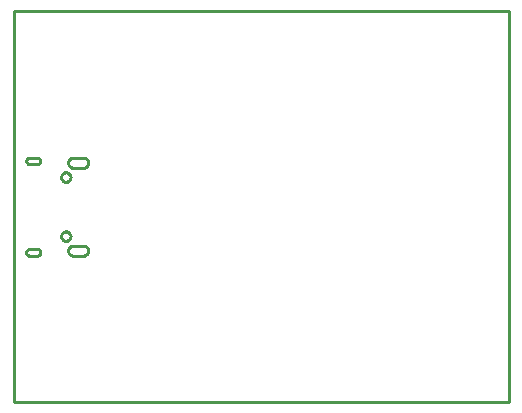
<source format=gbr>
G04 EAGLE Gerber RS-274X export*
G75*
%MOMM*%
%FSLAX34Y34*%
%LPD*%
%IN*%
%IPPOS*%
%AMOC8*
5,1,8,0,0,1.08239X$1,22.5*%
G01*
%ADD10C,0.254000*%


D10*
X0Y114300D02*
X418900Y114300D01*
X418900Y445010D01*
X0Y445010D01*
X0Y114300D01*
X50150Y237900D02*
X58650Y237900D01*
X59020Y237916D01*
X59388Y237965D01*
X59750Y238045D01*
X60104Y238156D01*
X60446Y238298D01*
X60775Y238469D01*
X61088Y238669D01*
X61382Y238894D01*
X61655Y239145D01*
X61906Y239418D01*
X62131Y239712D01*
X62331Y240025D01*
X62502Y240354D01*
X62644Y240696D01*
X62755Y241050D01*
X62835Y241412D01*
X62884Y241780D01*
X62900Y242150D01*
X62884Y242520D01*
X62835Y242888D01*
X62755Y243250D01*
X62644Y243604D01*
X62502Y243946D01*
X62331Y244275D01*
X62131Y244588D01*
X61906Y244882D01*
X61655Y245155D01*
X61382Y245406D01*
X61088Y245631D01*
X60775Y245831D01*
X60446Y246002D01*
X60104Y246144D01*
X59750Y246255D01*
X59388Y246335D01*
X59020Y246384D01*
X58650Y246400D01*
X50150Y246400D01*
X49780Y246384D01*
X49412Y246335D01*
X49050Y246255D01*
X48696Y246144D01*
X48354Y246002D01*
X48025Y245831D01*
X47712Y245631D01*
X47418Y245406D01*
X47145Y245155D01*
X46894Y244882D01*
X46669Y244588D01*
X46469Y244275D01*
X46298Y243946D01*
X46156Y243604D01*
X46045Y243250D01*
X45965Y242888D01*
X45916Y242520D01*
X45900Y242150D01*
X45916Y241780D01*
X45965Y241412D01*
X46045Y241050D01*
X46156Y240696D01*
X46298Y240354D01*
X46469Y240025D01*
X46669Y239712D01*
X46894Y239418D01*
X47145Y239145D01*
X47418Y238894D01*
X47712Y238669D01*
X48025Y238469D01*
X48354Y238298D01*
X48696Y238156D01*
X49050Y238045D01*
X49412Y237965D01*
X49780Y237916D01*
X50150Y237900D01*
X13150Y237900D02*
X19650Y237900D01*
X19890Y237910D01*
X20128Y237942D01*
X20362Y237994D01*
X20591Y238066D01*
X20812Y238158D01*
X21025Y238268D01*
X21227Y238397D01*
X21418Y238543D01*
X21595Y238705D01*
X21757Y238882D01*
X21903Y239073D01*
X22032Y239275D01*
X22142Y239488D01*
X22234Y239709D01*
X22306Y239938D01*
X22358Y240172D01*
X22390Y240410D01*
X22400Y240650D01*
X22390Y240890D01*
X22358Y241128D01*
X22306Y241362D01*
X22234Y241591D01*
X22142Y241812D01*
X22032Y242025D01*
X21903Y242227D01*
X21757Y242418D01*
X21595Y242595D01*
X21418Y242757D01*
X21227Y242903D01*
X21025Y243032D01*
X20812Y243142D01*
X20591Y243234D01*
X20362Y243306D01*
X20128Y243358D01*
X19890Y243390D01*
X19650Y243400D01*
X13150Y243400D01*
X12910Y243390D01*
X12672Y243358D01*
X12438Y243306D01*
X12209Y243234D01*
X11988Y243142D01*
X11775Y243032D01*
X11573Y242903D01*
X11382Y242757D01*
X11205Y242595D01*
X11043Y242418D01*
X10897Y242227D01*
X10768Y242025D01*
X10658Y241812D01*
X10566Y241591D01*
X10494Y241362D01*
X10442Y241128D01*
X10410Y240890D01*
X10400Y240650D01*
X10410Y240410D01*
X10442Y240172D01*
X10494Y239938D01*
X10566Y239709D01*
X10658Y239488D01*
X10768Y239275D01*
X10897Y239073D01*
X11043Y238882D01*
X11205Y238705D01*
X11382Y238543D01*
X11573Y238397D01*
X11775Y238268D01*
X11988Y238158D01*
X12209Y238066D01*
X12438Y237994D01*
X12672Y237942D01*
X12910Y237910D01*
X13150Y237900D01*
X13150Y315400D02*
X19650Y315400D01*
X19890Y315410D01*
X20128Y315442D01*
X20362Y315494D01*
X20591Y315566D01*
X20812Y315658D01*
X21025Y315768D01*
X21227Y315897D01*
X21418Y316043D01*
X21595Y316205D01*
X21757Y316382D01*
X21903Y316573D01*
X22032Y316775D01*
X22142Y316988D01*
X22234Y317209D01*
X22306Y317438D01*
X22358Y317672D01*
X22390Y317910D01*
X22400Y318150D01*
X22390Y318390D01*
X22358Y318628D01*
X22306Y318862D01*
X22234Y319091D01*
X22142Y319312D01*
X22032Y319525D01*
X21903Y319727D01*
X21757Y319918D01*
X21595Y320095D01*
X21418Y320257D01*
X21227Y320403D01*
X21025Y320532D01*
X20812Y320642D01*
X20591Y320734D01*
X20362Y320806D01*
X20128Y320858D01*
X19890Y320890D01*
X19650Y320900D01*
X13150Y320900D01*
X12910Y320890D01*
X12672Y320858D01*
X12438Y320806D01*
X12209Y320734D01*
X11988Y320642D01*
X11775Y320532D01*
X11573Y320403D01*
X11382Y320257D01*
X11205Y320095D01*
X11043Y319918D01*
X10897Y319727D01*
X10768Y319525D01*
X10658Y319312D01*
X10566Y319091D01*
X10494Y318862D01*
X10442Y318628D01*
X10410Y318390D01*
X10400Y318150D01*
X10410Y317910D01*
X10442Y317672D01*
X10494Y317438D01*
X10566Y317209D01*
X10658Y316988D01*
X10768Y316775D01*
X10897Y316573D01*
X11043Y316382D01*
X11205Y316205D01*
X11382Y316043D01*
X11573Y315897D01*
X11775Y315768D01*
X11988Y315658D01*
X12209Y315566D01*
X12438Y315494D01*
X12672Y315442D01*
X12910Y315410D01*
X13150Y315400D01*
X50150Y312400D02*
X58650Y312400D01*
X59020Y312416D01*
X59388Y312465D01*
X59750Y312545D01*
X60104Y312656D01*
X60446Y312798D01*
X60775Y312969D01*
X61088Y313169D01*
X61382Y313394D01*
X61655Y313645D01*
X61906Y313918D01*
X62131Y314212D01*
X62331Y314525D01*
X62502Y314854D01*
X62644Y315196D01*
X62755Y315550D01*
X62835Y315912D01*
X62884Y316280D01*
X62900Y316650D01*
X62884Y317020D01*
X62835Y317388D01*
X62755Y317750D01*
X62644Y318104D01*
X62502Y318446D01*
X62331Y318775D01*
X62131Y319088D01*
X61906Y319382D01*
X61655Y319655D01*
X61382Y319906D01*
X61088Y320131D01*
X60775Y320331D01*
X60446Y320502D01*
X60104Y320644D01*
X59750Y320755D01*
X59388Y320835D01*
X59020Y320884D01*
X58650Y320900D01*
X50150Y320900D01*
X49780Y320884D01*
X49412Y320835D01*
X49050Y320755D01*
X48696Y320644D01*
X48354Y320502D01*
X48025Y320331D01*
X47712Y320131D01*
X47418Y319906D01*
X47145Y319655D01*
X46894Y319382D01*
X46669Y319088D01*
X46469Y318775D01*
X46298Y318446D01*
X46156Y318104D01*
X46045Y317750D01*
X45965Y317388D01*
X45916Y317020D01*
X45900Y316650D01*
X45916Y316280D01*
X45965Y315912D01*
X46045Y315550D01*
X46156Y315196D01*
X46298Y314854D01*
X46469Y314525D01*
X46669Y314212D01*
X46894Y313918D01*
X47145Y313645D01*
X47418Y313394D01*
X47712Y313169D01*
X48025Y312969D01*
X48354Y312798D01*
X48696Y312656D01*
X49050Y312545D01*
X49412Y312465D01*
X49780Y312416D01*
X50150Y312400D01*
X43638Y300400D02*
X43118Y300468D01*
X42611Y300604D01*
X42127Y300805D01*
X41673Y301067D01*
X41257Y301386D01*
X40886Y301757D01*
X40567Y302173D01*
X40305Y302627D01*
X40104Y303111D01*
X39968Y303618D01*
X39900Y304138D01*
X39900Y304662D01*
X39968Y305182D01*
X40104Y305689D01*
X40305Y306173D01*
X40567Y306627D01*
X40886Y307043D01*
X41257Y307414D01*
X41673Y307733D01*
X42127Y307995D01*
X42611Y308196D01*
X43118Y308332D01*
X43638Y308400D01*
X44162Y308400D01*
X44682Y308332D01*
X45189Y308196D01*
X45673Y307995D01*
X46127Y307733D01*
X46543Y307414D01*
X46914Y307043D01*
X47233Y306627D01*
X47495Y306173D01*
X47696Y305689D01*
X47832Y305182D01*
X47900Y304662D01*
X47900Y304138D01*
X47832Y303618D01*
X47696Y303111D01*
X47495Y302627D01*
X47233Y302173D01*
X46914Y301757D01*
X46543Y301386D01*
X46127Y301067D01*
X45673Y300805D01*
X45189Y300604D01*
X44682Y300468D01*
X44162Y300400D01*
X43638Y300400D01*
X43638Y250400D02*
X43118Y250468D01*
X42611Y250604D01*
X42127Y250805D01*
X41673Y251067D01*
X41257Y251386D01*
X40886Y251757D01*
X40567Y252173D01*
X40305Y252627D01*
X40104Y253111D01*
X39968Y253618D01*
X39900Y254138D01*
X39900Y254662D01*
X39968Y255182D01*
X40104Y255689D01*
X40305Y256173D01*
X40567Y256627D01*
X40886Y257043D01*
X41257Y257414D01*
X41673Y257733D01*
X42127Y257995D01*
X42611Y258196D01*
X43118Y258332D01*
X43638Y258400D01*
X44162Y258400D01*
X44682Y258332D01*
X45189Y258196D01*
X45673Y257995D01*
X46127Y257733D01*
X46543Y257414D01*
X46914Y257043D01*
X47233Y256627D01*
X47495Y256173D01*
X47696Y255689D01*
X47832Y255182D01*
X47900Y254662D01*
X47900Y254138D01*
X47832Y253618D01*
X47696Y253111D01*
X47495Y252627D01*
X47233Y252173D01*
X46914Y251757D01*
X46543Y251386D01*
X46127Y251067D01*
X45673Y250805D01*
X45189Y250604D01*
X44682Y250468D01*
X44162Y250400D01*
X43638Y250400D01*
M02*

</source>
